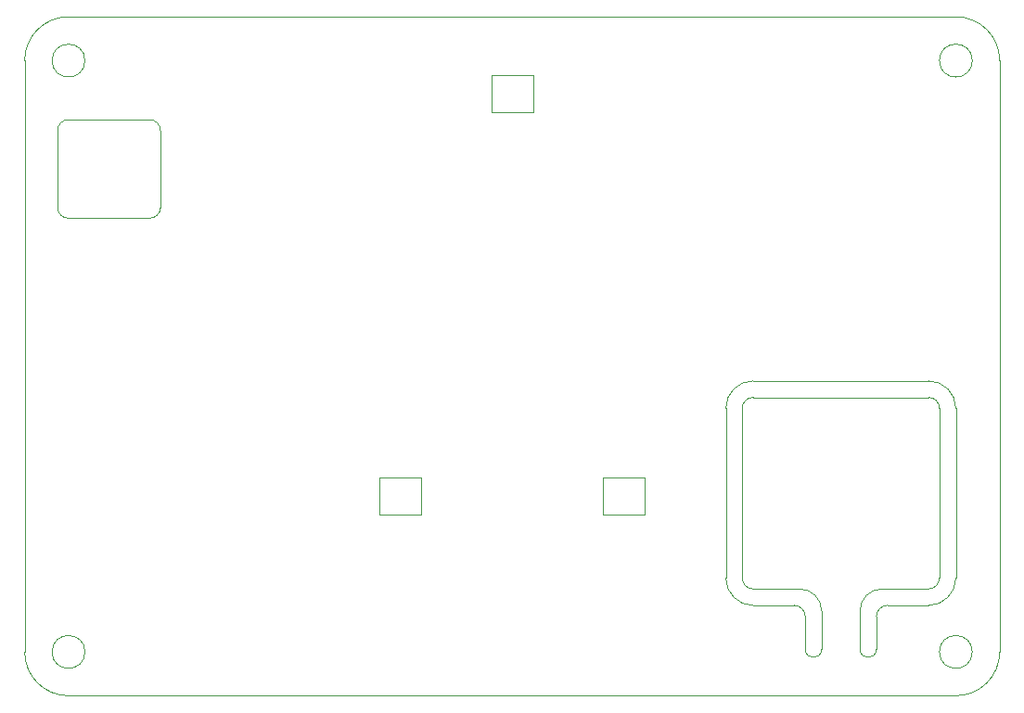
<source format=gm1>
G04 #@! TF.GenerationSoftware,KiCad,Pcbnew,9.0.5*
G04 #@! TF.CreationDate,2025-10-24T02:47:50+02:00*
G04 #@! TF.ProjectId,ESPHomeModule,45535048-6f6d-4654-9d6f-64756c652e6b,V1.0*
G04 #@! TF.SameCoordinates,Original*
G04 #@! TF.FileFunction,Profile,NP*
%FSLAX46Y46*%
G04 Gerber Fmt 4.6, Leading zero omitted, Abs format (unit mm)*
G04 Created by KiCad (PCBNEW 9.0.5) date 2025-10-24 02:47:50*
%MOMM*%
%LPD*%
G01*
G04 APERTURE LIST*
G04 #@! TA.AperFunction,Profile*
%ADD10C,0.050000*%
G04 #@! TD*
G04 #@! TA.AperFunction,Profile*
%ADD11C,0.100000*%
G04 #@! TD*
G04 #@! TA.AperFunction,Profile*
%ADD12C,0.010000*%
G04 #@! TD*
G04 APERTURE END LIST*
D10*
X110500000Y-58000000D02*
G75*
G02*
X107500000Y-58000000I-1500000J0D01*
G01*
X107500000Y-58000000D02*
G75*
G02*
X110500000Y-58000000I1500000J0D01*
G01*
X181250000Y-111750000D02*
X181250000Y-108250000D01*
X105000000Y-112000000D02*
X105000000Y-58000000D01*
X109000000Y-116000000D02*
G75*
G02*
X105000000Y-112000000I0J4000000D01*
G01*
X188500000Y-105250000D02*
X188500000Y-89750000D01*
X187500001Y-88750001D02*
X171500001Y-88750001D01*
X175750000Y-106250000D02*
G75*
G02*
X177750000Y-108250000I0J-2000000D01*
G01*
X187500000Y-107750000D02*
X183750000Y-107750000D01*
X175750000Y-106250000D02*
X171500000Y-106250000D01*
X187500000Y-106250000D02*
X183250000Y-106250000D01*
X170500001Y-89750001D02*
G75*
G02*
X171500000Y-88750001I999999J1D01*
G01*
X187500000Y-87250000D02*
X171500000Y-87250000D01*
X171500000Y-106250000D02*
G75*
G02*
X170500000Y-105250001I0J1000000D01*
G01*
X188500000Y-105250000D02*
G75*
G02*
X187500001Y-106250000I-1000000J0D01*
G01*
X187500000Y-87250000D02*
G75*
G02*
X190000000Y-89749999I0J-2500000D01*
G01*
X177750000Y-111750000D02*
X177750000Y-108250000D01*
X190000000Y-105250000D02*
X190000000Y-89750000D01*
X181250000Y-108250000D02*
G75*
G02*
X183250000Y-106250000I2000000J0D01*
G01*
X187500001Y-88750001D02*
G75*
G02*
X188499999Y-89750000I-1J-999999D01*
G01*
X194000000Y-58000000D02*
X194000000Y-112000000D01*
X182750000Y-108750000D02*
G75*
G02*
X183750000Y-107750000I1000000J0D01*
G01*
X191500000Y-58000000D02*
G75*
G02*
X188500000Y-58000000I-1500000J0D01*
G01*
X188500000Y-58000000D02*
G75*
G02*
X191500000Y-58000000I1500000J0D01*
G01*
X194000000Y-112000000D02*
G75*
G02*
X190000000Y-116000000I-4000000J0D01*
G01*
X176250000Y-111750000D02*
X176250000Y-108750000D01*
X109000000Y-54000000D02*
X190000000Y-54000000D01*
X175250000Y-107750000D02*
X171500000Y-107750000D01*
X105000000Y-58000000D02*
G75*
G02*
X109000000Y-54000000I4000000J0D01*
G01*
X182750000Y-111750000D02*
X182750000Y-108750000D01*
X177750000Y-111750000D02*
G75*
G02*
X176250000Y-111750000I-750000J0D01*
G01*
X170500000Y-105250000D02*
X170500000Y-89750000D01*
X110500000Y-112000000D02*
G75*
G02*
X107500000Y-112000000I-1500000J0D01*
G01*
X107500000Y-112000000D02*
G75*
G02*
X110500000Y-112000000I1500000J0D01*
G01*
X182750000Y-111750000D02*
G75*
G02*
X181250000Y-111750000I-750000J0D01*
G01*
X175250001Y-107750001D02*
G75*
G02*
X176249999Y-108750000I-1J-999999D01*
G01*
X191500000Y-112000000D02*
G75*
G02*
X188500000Y-112000000I-1500000J0D01*
G01*
X188500000Y-112000000D02*
G75*
G02*
X191500000Y-112000000I1500000J0D01*
G01*
X190000000Y-116000000D02*
X109000000Y-116000000D01*
X171500000Y-107750000D02*
G75*
G02*
X169000000Y-105250000I0J2500000D01*
G01*
X190000000Y-54000000D02*
G75*
G02*
X194000000Y-58000000I0J-4000000D01*
G01*
X190000000Y-105250000D02*
G75*
G02*
X187500001Y-107750000I-2500000J0D01*
G01*
X169000000Y-105250000D02*
X169000000Y-89750000D01*
X169000000Y-89750000D02*
G75*
G02*
X171500000Y-87250000I2500000J0D01*
G01*
D11*
X116400000Y-72400000D02*
X109000000Y-72400000D01*
X108000000Y-71400000D02*
X108000000Y-64400000D01*
X117400000Y-64400000D02*
X117400000Y-71400000D01*
X109000000Y-63400000D02*
X116400000Y-63400000D01*
X109000000Y-72400000D02*
G75*
G02*
X108000000Y-71400000I0J1000000D01*
G01*
X117400000Y-71400000D02*
G75*
G02*
X116400000Y-72400000I-1000000J0D01*
G01*
X108000000Y-64400000D02*
G75*
G02*
X109000000Y-63400000I1000000J0D01*
G01*
X116400000Y-63400000D02*
G75*
G02*
X117400000Y-64400000I0J-1000000D01*
G01*
D12*
X151400000Y-59300000D02*
X147600000Y-59300000D01*
X151400000Y-62700000D02*
X151400000Y-59300000D01*
X147600000Y-59300000D02*
X147600000Y-62700000D01*
X147600000Y-62700000D02*
X151400000Y-62700000D01*
X137400000Y-99500000D02*
X141200000Y-99500000D01*
X137400000Y-96100000D02*
X137400000Y-99500000D01*
X141200000Y-99500000D02*
X141200000Y-96100000D01*
X141200000Y-96100000D02*
X137400000Y-96100000D01*
X157800000Y-99500000D02*
X161600000Y-99500000D01*
X157800000Y-96100000D02*
X157800000Y-99500000D01*
X161600000Y-99500000D02*
X161600000Y-96100000D01*
X161600000Y-96100000D02*
X157800000Y-96100000D01*
M02*

</source>
